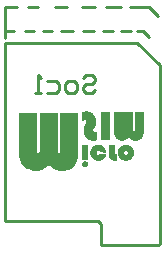
<source format=gbo>
G04*
G04 #@! TF.GenerationSoftware,Altium Limited,Altium Designer,20.1.12 (249)*
G04*
G04 Layer_Color=32896*
%FSTAX24Y24*%
%MOIN*%
G70*
G04*
G04 #@! TF.SameCoordinates,89921D2C-3172-4036-8A71-56443DCFD009*
G04*
G04*
G04 #@! TF.FilePolarity,Positive*
G04*
G01*
G75*
%ADD16C,0.0100*%
G36*
X020051Y043867D02*
X020049Y04384D01*
X020048Y043815D01*
X020045Y043792D01*
X020041Y043768D01*
X020035Y043748D01*
X020029Y043729D01*
X020023Y043711D01*
X020016Y043697D01*
X02001Y043682D01*
X020003Y043671D01*
X019997Y04366D01*
X019993Y043652D01*
X019987Y043646D01*
X019984Y043641D01*
X019982Y043638D01*
X019981Y043637D01*
X019968Y043622D01*
X019953Y043609D01*
X019937Y043599D01*
X019921Y043589D01*
X019905Y04358D01*
X019888Y043574D01*
X019856Y043564D01*
X019828Y043558D01*
X019815Y043557D01*
X019805Y043555D01*
X019796Y043554D01*
X019783D01*
X019754Y043555D01*
X019727Y043558D01*
X019704Y043564D01*
X019684Y04357D01*
X019667Y043576D01*
X019656Y043582D01*
X019649Y043584D01*
X019646Y043586D01*
X019625Y043599D01*
X019608Y043615D01*
X019593Y043631D01*
X01958Y043646D01*
X01957Y04366D01*
X019561Y043672D01*
X019557Y043679D01*
X019555Y043681D01*
Y043682D01*
X019542Y043659D01*
X019526Y04364D01*
X01951Y043622D01*
X019494Y043608D01*
X019475Y043596D01*
X019458Y043584D01*
X01944Y043577D01*
X019423Y04357D01*
X019405Y043564D01*
X01939Y043561D01*
X019376Y043558D01*
X019364Y043555D01*
X019354D01*
X019347Y043554D01*
X019339D01*
X019316Y043555D01*
X019296Y043557D01*
X019256Y043567D01*
X019221Y04358D01*
X019192Y043595D01*
X019181Y043602D01*
X019169Y043609D01*
X01916Y043617D01*
X019153Y043622D01*
X019146Y043628D01*
X019141Y043633D01*
X01914Y043634D01*
X019138Y043636D01*
X019125Y043652D01*
X019113Y043668D01*
X019102Y043685D01*
X019093Y043703D01*
X01908Y043738D01*
X019071Y04377D01*
X019067Y043786D01*
X019065Y043799D01*
X019064Y043812D01*
X019062Y043822D01*
X019061Y043832D01*
Y043838D01*
Y043843D01*
Y043844D01*
Y044513D01*
X01936D01*
Y043908D01*
X019361Y043889D01*
X019364Y043875D01*
X019367Y043864D01*
X019373Y043857D01*
X019377Y043853D01*
X01938Y043851D01*
X019383Y04385D01*
X019385D01*
X019392Y043851D01*
X019398Y043854D01*
X019399Y043859D01*
X019401Y04386D01*
X019402Y043864D01*
X019404Y043872D01*
X019406Y043888D01*
Y043895D01*
Y043902D01*
Y043907D01*
Y043908D01*
Y044513D01*
X019705D01*
Y043904D01*
X019707Y043886D01*
X01971Y043873D01*
X019713Y043863D01*
X019719Y043857D01*
X019723Y043853D01*
X019726Y043851D01*
X019729Y04385D01*
X01973D01*
X019737Y043851D01*
X019743Y043854D01*
X019745Y043859D01*
X019746Y04386D01*
X019748Y043864D01*
X019749Y043872D01*
X019752Y043888D01*
Y043895D01*
Y043902D01*
Y043907D01*
Y043908D01*
Y044513D01*
X020051D01*
Y043867D01*
D02*
G37*
G36*
X018917Y043577D02*
X018618D01*
Y044513D01*
X018917D01*
Y043577D01*
D02*
G37*
G36*
X018163Y044535D02*
X018188Y044532D01*
X018211Y044528D01*
X018234Y044522D01*
X018255Y044515D01*
X018275Y044506D01*
X018293Y044499D01*
X01831Y044488D01*
X018325Y04448D01*
X018338Y044472D01*
X018349Y044464D01*
X01836Y044456D01*
X018367Y044451D01*
X018373Y044446D01*
X018376Y044443D01*
X018377Y044442D01*
X018395Y044423D01*
X018409Y044404D01*
X018424Y044385D01*
X018434Y044365D01*
X018444Y044344D01*
X018452Y044325D01*
X018465Y044287D01*
X018468Y044271D01*
X01847Y044255D01*
X018473Y044241D01*
X018475Y044229D01*
X018476Y044219D01*
Y044211D01*
Y044207D01*
Y044206D01*
X018473Y044171D01*
X018468Y044136D01*
X018457Y044104D01*
X018447Y044073D01*
X018437Y044048D01*
X018431Y044038D01*
X018427Y044029D01*
X018424Y044022D01*
X018421Y044016D01*
X018418Y044013D01*
Y044012D01*
X018398Y043977D01*
X01839Y043962D01*
X018384Y04395D01*
X018382Y043939D01*
X018379Y04393D01*
X018377Y043923D01*
X018376Y043917D01*
Y043914D01*
Y043913D01*
X018377Y043904D01*
X018379Y043895D01*
X018384Y043882D01*
X018387Y043876D01*
X01839Y043872D01*
X018393Y04387D01*
Y043869D01*
X0184Y043863D01*
X018408Y043857D01*
X018421Y043853D01*
X018427Y043851D01*
X018431Y04385D01*
X018441D01*
X01845Y043851D01*
X01847Y043854D01*
X018479Y043857D01*
X018488Y043859D01*
X018494Y04386D01*
X018495D01*
Y043579D01*
X01847Y04357D01*
X018447Y043564D01*
X018427Y04356D01*
X018408Y043557D01*
X018392Y043555D01*
X01838Y043554D01*
X01837D01*
X018345Y043555D01*
X018322Y043558D01*
X0183Y043563D01*
X018278Y043568D01*
X018239Y043584D01*
X018221Y043593D01*
X018205Y043602D01*
X018191Y043612D01*
X018179Y043621D01*
X018167Y043628D01*
X018158Y043636D01*
X018151Y043643D01*
X018145Y043647D01*
X018142Y04365D01*
X018141Y043652D01*
X018125Y043671D01*
X01811Y043689D01*
X018097Y043708D01*
X018086Y043729D01*
X018077Y043748D01*
X01807Y043767D01*
X018058Y043803D01*
X018053Y043819D01*
X018051Y043835D01*
X018049Y043848D01*
X018048Y04386D01*
X018046Y043869D01*
Y043876D01*
Y04388D01*
Y043882D01*
X018048Y043902D01*
X018049Y043923D01*
X018056Y043964D01*
X018067Y044D01*
X018078Y044034D01*
X018084Y04405D01*
X018088Y044063D01*
X018094Y044074D01*
X018099Y044085D01*
X018103Y044092D01*
X018106Y044099D01*
X018109Y044102D01*
Y044104D01*
X018121Y044125D01*
X018129Y044143D01*
X018137Y044157D01*
X018141Y044168D01*
X018144Y044175D01*
X018145Y044181D01*
Y044182D01*
Y044184D01*
X018144Y044192D01*
X018142Y044201D01*
X018135Y044213D01*
X018128Y044222D01*
X018126Y044223D01*
X018125Y044225D01*
X018118Y04423D01*
X018109Y044233D01*
X018094Y044239D01*
X018087D01*
X018081Y044241D01*
X018077D01*
X018065Y044239D01*
X018053Y044236D01*
X018026Y044227D01*
X018013Y044223D01*
X018002Y044219D01*
X017997Y044216D01*
X017994Y044214D01*
Y044502D01*
X018021Y044513D01*
X018048Y044522D01*
X018071Y044528D01*
X018093Y044532D01*
X01811Y044535D01*
X018125Y044537D01*
X018137D01*
X018163Y044535D01*
D02*
G37*
G36*
X018561Y043423D02*
X018581Y043421D01*
X018598Y043418D01*
X018616Y043413D01*
X018632Y043408D01*
X018647Y043401D01*
X01866Y043395D01*
X018674Y043388D01*
X018686Y043382D01*
X018695Y043375D01*
X018704Y043368D01*
X018712Y043363D01*
X018717Y043359D01*
X018722Y043355D01*
X018724Y043353D01*
X018725Y043352D01*
X018738Y043338D01*
X01875Y043323D01*
X018761Y043307D01*
X01877Y043291D01*
X018777Y043274D01*
X018785Y043258D01*
X018795Y043227D01*
X018799Y043212D01*
X018803Y043199D01*
X018805Y043187D01*
X018807Y043177D01*
X018808Y043168D01*
X018809Y043162D01*
Y043157D01*
Y043156D01*
X018605Y043164D01*
X0186Y043174D01*
X018597Y043183D01*
X018592Y04319D01*
X018587Y043196D01*
X018577Y043207D01*
X018568Y043213D01*
X018559Y043217D01*
X018552Y043219D01*
X018548Y04322D01*
X018546D01*
X018536Y043219D01*
X018527Y043217D01*
X018519Y043214D01*
X018513Y04321D01*
X018507Y043207D01*
X018503Y043204D01*
X018501Y043202D01*
X0185Y043201D01*
X018493Y043194D01*
X018489Y043186D01*
X018486Y043178D01*
X018483Y043171D01*
X018482Y043163D01*
X018481Y043157D01*
Y043154D01*
Y043153D01*
X018482Y043143D01*
X018483Y043133D01*
X018487Y043126D01*
X01849Y043119D01*
X018492Y043114D01*
X018495Y04311D01*
X018496Y043108D01*
X018498Y043107D01*
X018504Y043101D01*
X018512Y043096D01*
X018519Y043093D01*
X018527Y043091D01*
X018533Y04309D01*
X018538Y043089D01*
X018542D01*
X018554Y04309D01*
X018564Y043094D01*
X018574Y0431D01*
X018583Y043105D01*
X018589Y043112D01*
X018595Y043117D01*
X018598Y043121D01*
X018599Y043123D01*
X018805Y043115D01*
X0188Y043095D01*
X018795Y043077D01*
X018789Y043059D01*
X018783Y043044D01*
X018775Y043028D01*
X018768Y043014D01*
X018759Y043002D01*
X018751Y04299D01*
X018743Y04298D01*
X018736Y042972D01*
X018729Y042964D01*
X018724Y042957D01*
X018718Y042953D01*
X018715Y04295D01*
X018713Y042948D01*
X018712Y042947D01*
X018698Y042936D01*
X018683Y042926D01*
X018668Y042918D01*
X018654Y04291D01*
X018639Y042904D01*
X018624Y0429D01*
X018598Y042892D01*
X018586Y04289D01*
X018575Y042888D01*
X018565Y042886D01*
X018557Y042885D01*
X01855Y042884D01*
X01854D01*
X018519Y042885D01*
X0185Y042888D01*
X018481Y042892D01*
X018464Y042896D01*
X018446Y042903D01*
X018431Y042909D01*
X018416Y042916D01*
X018402Y042924D01*
X01839Y042931D01*
X018381Y042938D01*
X018371Y042944D01*
X018363Y042951D01*
X018357Y042955D01*
X018352Y04296D01*
X01835Y042962D01*
X018349Y042963D01*
X018335Y042978D01*
X018323Y042994D01*
X018313Y043009D01*
X018303Y043025D01*
X018295Y043041D01*
X01829Y043056D01*
X018284Y043071D01*
X01828Y043085D01*
X018277Y043098D01*
X018275Y043112D01*
X018272Y043123D01*
X018271Y043131D01*
Y043139D01*
X01827Y043145D01*
Y043149D01*
Y04315D01*
X018271Y043171D01*
X018274Y043191D01*
X018278Y043211D01*
X018282Y04323D01*
X018288Y043246D01*
X018294Y043262D01*
X018302Y043278D01*
X01831Y043291D01*
X018316Y043303D01*
X018324Y043314D01*
X01833Y043324D01*
X018336Y043331D01*
X01834Y043338D01*
X018345Y043342D01*
X018347Y043344D01*
X018348Y043345D01*
X018363Y04336D01*
X018378Y043372D01*
X018395Y043382D01*
X018411Y043391D01*
X018428Y043399D01*
X018444Y043404D01*
X018459Y04341D01*
X018475Y043414D01*
X018488Y043418D01*
X018501Y04342D01*
X018512Y043422D01*
X018523Y043423D01*
X01853D01*
X018536Y043424D01*
X018541D01*
X018561Y043423D01*
D02*
G37*
G36*
X018202Y042895D02*
X017994D01*
Y043413D01*
X018202D01*
Y042895D01*
D02*
G37*
G36*
X01948Y043422D02*
X0195Y04342D01*
X01952Y043415D01*
X019538Y043411D01*
X019555Y043404D01*
X019571Y043398D01*
X019585Y043391D01*
X019599Y043384D01*
X019611Y043376D01*
X019621Y04337D01*
X019631Y043363D01*
X019639Y043356D01*
X019645Y043352D01*
X01965Y043348D01*
X019652Y043345D01*
X019653Y043344D01*
X019667Y043329D01*
X019679Y043314D01*
X01969Y043297D01*
X019699Y043281D01*
X019706Y043265D01*
X019713Y043249D01*
X019718Y043234D01*
X019723Y043219D01*
X019726Y043206D01*
X019728Y043192D01*
X01973Y043182D01*
X019732Y043172D01*
X019733Y043164D01*
Y043159D01*
Y043154D01*
Y043153D01*
X019732Y043132D01*
X019729Y043114D01*
X019725Y043094D01*
X019721Y043077D01*
X019714Y04306D01*
X019708Y043045D01*
X019701Y043031D01*
X019693Y043018D01*
X019686Y043006D01*
X019679Y042995D01*
X019673Y042986D01*
X019666Y042978D01*
X019662Y042972D01*
X019657Y042967D01*
X019655Y042965D01*
X019654Y042964D01*
X019639Y04295D01*
X019623Y042938D01*
X019607Y042927D01*
X019591Y042918D01*
X019575Y04291D01*
X019559Y042904D01*
X019544Y042898D01*
X019529Y042894D01*
X019516Y042891D01*
X019503Y042889D01*
X019492Y042886D01*
X019482Y042885D01*
X019475Y042884D01*
X019464D01*
X019442Y042885D01*
X019422Y042888D01*
X019403Y042892D01*
X019384Y042896D01*
X019367Y042903D01*
X01935Y042909D01*
X019335Y042916D01*
X019322Y042924D01*
X01931Y042931D01*
X019299Y042938D01*
X019289Y042944D01*
X019281Y042951D01*
X019275Y042955D01*
X01927Y04296D01*
X019268Y042962D01*
X019267Y042963D01*
X019253Y042978D01*
X019241Y042994D01*
X01923Y043009D01*
X019221Y043025D01*
X019213Y043042D01*
X019207Y043057D01*
X019201Y043072D01*
X019197Y043088D01*
X019194Y043101D01*
X019192Y043114D01*
X019189Y043125D01*
X019188Y043135D01*
Y043142D01*
X019187Y043148D01*
Y043152D01*
Y043153D01*
X019188Y043174D01*
X019191Y043194D01*
X019195Y043212D01*
X019199Y043231D01*
X019206Y043247D01*
X019212Y043264D01*
X01922Y043278D01*
X019228Y043291D01*
X019234Y043303D01*
X019242Y043314D01*
X019248Y043323D01*
X019255Y04333D01*
X019259Y043337D01*
X019264Y043341D01*
X019266Y043343D01*
X019267Y043344D01*
X019282Y043359D01*
X019299Y043371D01*
X019314Y04338D01*
X01933Y04339D01*
X019347Y043398D01*
X019363Y043403D01*
X019379Y043409D01*
X019393Y043413D01*
X019407Y043417D01*
X01942Y043419D01*
X019431Y043421D01*
X019441Y043422D01*
X019448D01*
X019454Y043423D01*
X019459D01*
X01948Y043422D01*
D02*
G37*
G36*
X019091Y043167D02*
Y043155D01*
X019093Y043145D01*
X019094Y043136D01*
X019098Y043128D01*
X0191Y043121D01*
X019103Y043116D01*
X019111Y043108D01*
X019118Y043103D01*
X019124Y043101D01*
X019128Y0431D01*
X019136D01*
X019144Y043102D01*
X019159Y043105D01*
X019166Y043107D01*
X019172Y043108D01*
X019176Y04311D01*
X019177D01*
Y042893D01*
X019161Y04289D01*
X019147Y042888D01*
X019136Y042886D01*
X019126Y042885D01*
X019118Y042884D01*
X019109D01*
X01909Y042885D01*
X019072Y042888D01*
X019055Y042891D01*
X01904Y042895D01*
X019024Y0429D01*
X019011Y042906D01*
X018999Y042912D01*
X018987Y042918D01*
X018977Y042925D01*
X018969Y04293D01*
X018961Y042937D01*
X018954Y042941D01*
X01895Y042945D01*
X018947Y042949D01*
X018945Y042951D01*
X018944Y042952D01*
X018933Y042965D01*
X018924Y042979D01*
X018915Y042994D01*
X018909Y043009D01*
X018898Y043038D01*
X01889Y043067D01*
X018888Y04308D01*
X018886Y043092D01*
X018885Y043103D01*
X018883Y043113D01*
X018882Y04312D01*
Y043126D01*
Y04313D01*
Y043131D01*
Y043413D01*
X019091D01*
Y043167D01*
D02*
G37*
G36*
X018114Y042871D02*
X018129Y042868D01*
X018141Y042863D01*
X018152Y042858D01*
X018161Y042854D01*
X018167Y042849D01*
X018172Y042846D01*
X018173Y042845D01*
X018183Y042834D01*
X01819Y042822D01*
X018195Y04281D01*
X018199Y042798D01*
X018201Y042788D01*
X018202Y04278D01*
Y042775D01*
Y042773D01*
X018201Y042759D01*
X018198Y042745D01*
X018193Y042733D01*
X018187Y042724D01*
X018181Y042715D01*
X018176Y042709D01*
X018172Y042705D01*
X018171Y042704D01*
X018159Y042694D01*
X018147Y042686D01*
X018135Y042681D01*
X018123Y042677D01*
X018113Y042674D01*
X018105Y042673D01*
X018098D01*
X018082Y042674D01*
X018068Y042678D01*
X018056Y042683D01*
X018045Y042689D01*
X018036Y042694D01*
X01803Y0427D01*
X018025Y042703D01*
X018024Y042704D01*
X018014Y042715D01*
X018007Y042727D01*
X018001Y042739D01*
X017998Y04275D01*
X017996Y042759D01*
X017994Y042766D01*
Y042771D01*
Y042773D01*
X017995Y042788D01*
X017998Y042802D01*
X018002Y042814D01*
X018008Y042825D01*
X018013Y042834D01*
X018018Y042839D01*
X018021Y042844D01*
X018022Y042845D01*
X018034Y042854D01*
X018046Y04286D01*
X018059Y042866D01*
X018071Y042869D01*
X018081Y042871D01*
X01809Y042872D01*
X018098D01*
X018114Y042871D01*
D02*
G37*
G36*
X017874Y043171D02*
X017871Y043116D01*
X017868Y043066D01*
X017862Y04302D01*
X017853Y042973D01*
X017842Y042932D01*
X01783Y042894D01*
X017818Y042859D01*
X017804Y04283D01*
X017792Y042801D01*
X017777Y042778D01*
X017766Y042757D01*
X017757Y04274D01*
X017745Y042728D01*
X01774Y042719D01*
X017737Y042714D01*
X017734Y042711D01*
X017707Y042682D01*
X017678Y042655D01*
X017646Y042635D01*
X017614Y042614D01*
X017582Y042597D01*
X017547Y042585D01*
X017483Y042565D01*
X017428Y042553D01*
X017401Y04255D01*
X017381Y042547D01*
X017363Y042545D01*
X017337D01*
X017279Y042547D01*
X017226Y042553D01*
X01718Y042565D01*
X017139Y042577D01*
X017107Y042588D01*
X017083Y0426D01*
X017069Y042606D01*
X017063Y042609D01*
X017022Y042635D01*
X016987Y042667D01*
X016958Y042699D01*
X016932Y042728D01*
X016911Y042757D01*
X016894Y042781D01*
X016885Y042795D01*
X016882Y042798D01*
Y042801D01*
X016856Y042754D01*
X016824Y042717D01*
X016792Y042682D01*
X01676Y042652D01*
X016722Y042629D01*
X016687Y042606D01*
X016652Y042591D01*
X016617Y042577D01*
X016582Y042565D01*
X016553Y042559D01*
X016524Y042553D01*
X0165Y042547D01*
X01648D01*
X016465Y042545D01*
X016451D01*
X016404Y042547D01*
X016363Y04255D01*
X016284Y042571D01*
X016214Y042597D01*
X016156Y042626D01*
X016133Y042641D01*
X016109Y042655D01*
X016092Y04267D01*
X016077Y042682D01*
X016063Y042693D01*
X016054Y042702D01*
X016051Y042705D01*
X016048Y042708D01*
X016022Y04274D01*
X015999Y042772D01*
X015975Y042807D01*
X015958Y042842D01*
X015932Y042912D01*
X015914Y042976D01*
X015905Y043008D01*
X015902Y043034D01*
X0159Y043061D01*
X015897Y043081D01*
X015894Y043101D01*
Y043113D01*
Y043122D01*
Y043125D01*
Y044463D01*
X016491D01*
Y043253D01*
X016494Y043215D01*
X0165Y043186D01*
X016506Y043166D01*
X016518Y043151D01*
X016526Y043142D01*
X016532Y043139D01*
X016538Y043136D01*
X016541D01*
X016556Y043139D01*
X016567Y043145D01*
X01657Y043154D01*
X016573Y043157D01*
X016576Y043166D01*
X016579Y04318D01*
X016585Y043212D01*
Y043227D01*
Y043241D01*
Y04325D01*
Y043253D01*
Y044463D01*
X017183D01*
Y043244D01*
X017185Y043209D01*
X017191Y043183D01*
X017197Y043163D01*
X017209Y043151D01*
X017218Y043142D01*
X017223Y043139D01*
X017229Y043136D01*
X017232D01*
X017247Y043139D01*
X017258Y043145D01*
X017261Y043154D01*
X017264Y043157D01*
X017267Y043166D01*
X01727Y04318D01*
X017276Y043212D01*
Y043227D01*
Y043241D01*
Y04325D01*
Y043253D01*
Y044463D01*
X017874D01*
Y043171D01*
D02*
G37*
%LPC*%
G36*
X019464Y043219D02*
X019459D01*
X019451Y043218D01*
X019442Y043215D01*
X019434Y043213D01*
X019428Y043209D01*
X019423Y043206D01*
X019419Y043203D01*
X019417Y043201D01*
X019416Y0432D01*
X01941Y043192D01*
X019406Y043185D01*
X019403Y043177D01*
X0194Y043169D01*
X019399Y043163D01*
X019398Y043157D01*
Y043154D01*
Y043153D01*
X019399Y043143D01*
X019401Y043135D01*
X019404Y043127D01*
X019407Y04312D01*
X01941Y043116D01*
X019414Y043112D01*
X019415Y043109D01*
X019416Y043108D01*
X019422Y043102D01*
X01943Y043097D01*
X019438Y043093D01*
X019444Y043091D01*
X019451Y04309D01*
X019455Y043089D01*
X019459D01*
X019468Y04309D01*
X019477Y043092D01*
X019485Y043095D01*
X019491Y043098D01*
X019495Y043102D01*
X0195Y043105D01*
X019502Y043107D01*
X019503Y043108D01*
X01951Y043116D01*
X019514Y043124D01*
X019517Y04313D01*
X01952Y043138D01*
X019521Y043143D01*
X019522Y043149D01*
Y043152D01*
Y043153D01*
X019521Y043163D01*
X019518Y043173D01*
X019516Y04318D01*
X019513Y043187D01*
X019509Y043192D01*
X019506Y043197D01*
X019504Y043199D01*
X019503Y0432D01*
X019495Y043207D01*
X019489Y043211D01*
X019481Y043214D01*
X019475Y043217D01*
X019468Y043218D01*
X019464Y043219D01*
D02*
G37*
%LPD*%
D16*
X015444Y048013D02*
X015844Y048013D01*
X015444Y047213D02*
Y048013D01*
X020244Y048013D02*
X020544Y047713D01*
X019994Y048013D02*
X020244Y048013D01*
X019594Y048013D02*
X019994Y048013D01*
X018794Y048013D02*
X019294Y048013D01*
X017994Y048013D02*
X018444Y048013D01*
X017094Y048013D02*
X017494Y048013D01*
X016194Y048013D02*
X016544Y048013D01*
X015594Y048013D02*
X015844Y048013D01*
X015444Y046963D02*
X015444Y047213D01*
X020044D02*
X020244Y047013D01*
X019844Y047213D02*
X020044D01*
X019294D02*
X019644D01*
X018694D02*
X019044D01*
X018044D02*
X018394D01*
X017294D02*
X017694D01*
X016694D02*
X016994D01*
X016094D02*
X016394D01*
X015444D02*
X015744D01*
X020544Y046113D02*
X020594Y046063D01*
X020594Y040863D01*
X019844Y046813D02*
X020594Y046063D01*
X020594Y040113D02*
Y040863D01*
X020544Y040063D02*
X020594Y040113D01*
X018644Y040063D02*
X020544D01*
X018644D02*
Y040763D01*
X018544Y040863D02*
X018644Y040763D01*
X015444Y040863D02*
X018544D01*
X015444Y046813D02*
X015444Y040863D01*
X015444Y046813D02*
X019844D01*
X018016Y045633D02*
X018116Y045733D01*
X018316D01*
X018416Y045633D01*
Y045533D01*
X018316Y045433D01*
X018116D01*
X018016Y045333D01*
Y045233D01*
X018116Y045133D01*
X018316D01*
X018416Y045233D01*
X017716Y045133D02*
X017516D01*
X017416Y045233D01*
Y045433D01*
X017516Y045533D01*
X017716D01*
X017816Y045433D01*
Y045233D01*
X017716Y045133D01*
X016817Y045533D02*
X017117D01*
X017217Y045433D01*
Y045233D01*
X017117Y045133D01*
X016817D01*
X016617D02*
X016417D01*
X016517D01*
Y045733D01*
X016617Y045633D01*
M02*

</source>
